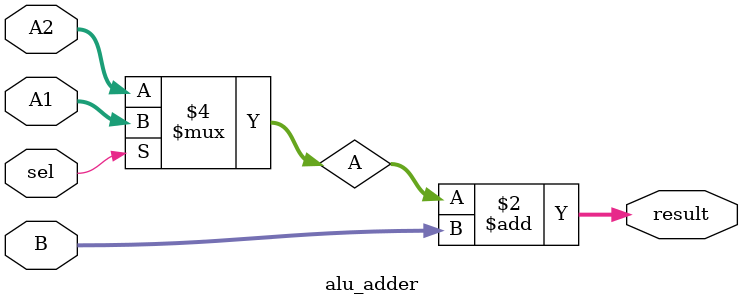
<source format=v>
`timescale 1ns / 1ps


module alu_adder(
    input [31:0] A1,
    input [31:0] A2,
    input [31:0] B,
    input sel,
    output reg [31:0] result
    );
    reg [31:0] A;
    always @*
    begin
     A = 0;
     if(sel)
      begin
       A = A1;
      end
      else
       begin
        A = A2;
       end

      result = A+B;
    end
   
endmodule

</source>
